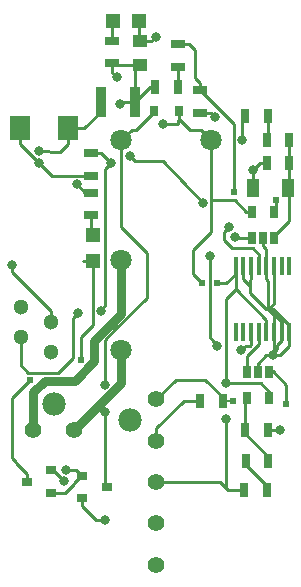
<source format=gtl>
G04 #@! TF.GenerationSoftware,KiCad,Pcbnew,5.0.0-fee4fd1~66~ubuntu18.04.1*
G04 #@! TF.CreationDate,2019-04-08T23:07:45-04:00*
G04 #@! TF.ProjectId,IMD_v1,494D445F76312E6B696361645F706362,rev?*
G04 #@! TF.SameCoordinates,Original*
G04 #@! TF.FileFunction,Copper,L1,Top,Signal*
G04 #@! TF.FilePolarity,Positive*
%FSLAX46Y46*%
G04 Gerber Fmt 4.6, Leading zero omitted, Abs format (unit mm)*
G04 Created by KiCad (PCBNEW 5.0.0-fee4fd1~66~ubuntu18.04.1) date Mon Apr  8 23:07:45 2019*
%MOMM*%
%LPD*%
G01*
G04 APERTURE LIST*
G04 #@! TA.AperFunction,SMDPad,CuDef*
%ADD10R,1.000000X1.600000*%
G04 #@! TD*
G04 #@! TA.AperFunction,ComponentPad*
%ADD11C,1.800000*%
G04 #@! TD*
G04 #@! TA.AperFunction,SMDPad,CuDef*
%ADD12R,1.250000X1.000000*%
G04 #@! TD*
G04 #@! TA.AperFunction,SMDPad,CuDef*
%ADD13R,1.778000X2.159000*%
G04 #@! TD*
G04 #@! TA.AperFunction,SMDPad,CuDef*
%ADD14R,1.200000X1.200000*%
G04 #@! TD*
G04 #@! TA.AperFunction,SMDPad,CuDef*
%ADD15R,0.800000X0.900000*%
G04 #@! TD*
G04 #@! TA.AperFunction,SMDPad,CuDef*
%ADD16R,0.900000X2.500000*%
G04 #@! TD*
G04 #@! TA.AperFunction,ComponentPad*
%ADD17C,1.300000*%
G04 #@! TD*
G04 #@! TA.AperFunction,ComponentPad*
%ADD18C,1.397000*%
G04 #@! TD*
G04 #@! TA.AperFunction,ComponentPad*
%ADD19C,1.981000*%
G04 #@! TD*
G04 #@! TA.AperFunction,SMDPad,CuDef*
%ADD20R,0.900000X0.800000*%
G04 #@! TD*
G04 #@! TA.AperFunction,SMDPad,CuDef*
%ADD21R,1.300000X0.700000*%
G04 #@! TD*
G04 #@! TA.AperFunction,SMDPad,CuDef*
%ADD22R,0.700000X1.300000*%
G04 #@! TD*
G04 #@! TA.AperFunction,SMDPad,CuDef*
%ADD23R,0.650000X1.060000*%
G04 #@! TD*
G04 #@! TA.AperFunction,SMDPad,CuDef*
%ADD24R,0.350000X1.600000*%
G04 #@! TD*
G04 #@! TA.AperFunction,ViaPad*
%ADD25C,0.800000*%
G04 #@! TD*
G04 #@! TA.AperFunction,ViaPad*
%ADD26C,0.609600*%
G04 #@! TD*
G04 #@! TA.AperFunction,Conductor*
%ADD27C,0.250000*%
G04 #@! TD*
G04 #@! TA.AperFunction,Conductor*
%ADD28C,0.152400*%
G04 #@! TD*
G04 #@! TA.AperFunction,Conductor*
%ADD29C,0.762000*%
G04 #@! TD*
G04 APERTURE END LIST*
D10*
G04 #@! TO.P,C2,1*
G04 #@! TO.N,Net-(C2-Pad1)*
X118149500Y-73977500D03*
G04 #@! TO.P,C2,2*
G04 #@! TO.N,GND*
X115149500Y-73977500D03*
G04 #@! TD*
D11*
G04 #@! TO.P,K1,1*
G04 #@! TO.N,Net-(D3-Pad2)*
X104013000Y-69977000D03*
G04 #@! TO.P,K1,2*
G04 #@! TO.N,Net-(J2-Pad2)*
X104013000Y-80137000D03*
G04 #@! TO.P,K1,3*
G04 #@! TO.N,Net-(J2-Pad1)*
X104013000Y-87757000D03*
G04 #@! TO.P,K1,5*
G04 #@! TO.N,/12V_Fused*
X111633000Y-69977000D03*
G04 #@! TD*
D12*
G04 #@! TO.P,C1,1*
G04 #@! TO.N,/12V_Fused*
X105600500Y-63595000D03*
G04 #@! TO.P,C1,2*
G04 #@! TO.N,GND*
X105600500Y-61595000D03*
G04 #@! TD*
D13*
G04 #@! TO.P,D1,2*
G04 #@! TO.N,GND*
X95440500Y-68961000D03*
G04 #@! TO.P,D1,1*
G04 #@! TO.N,+12V*
X99504500Y-68961000D03*
G04 #@! TD*
D14*
G04 #@! TO.P,D2,1*
G04 #@! TO.N,GND*
X105473500Y-59880500D03*
G04 #@! TO.P,D2,2*
G04 #@! TO.N,Net-(D2-Pad2)*
X103273500Y-59880500D03*
G04 #@! TD*
D15*
G04 #@! TO.P,D3,1*
G04 #@! TO.N,/12V_Fused*
X108907000Y-67500500D03*
G04 #@! TO.P,D3,2*
G04 #@! TO.N,Net-(D3-Pad2)*
X106807000Y-67500500D03*
G04 #@! TD*
D14*
G04 #@! TO.P,D4,2*
G04 #@! TO.N,Net-(D4-Pad2)*
X101600000Y-77978000D03*
G04 #@! TO.P,D4,1*
G04 #@! TO.N,Net-(D4-Pad1)*
X101600000Y-80178000D03*
G04 #@! TD*
D16*
G04 #@! TO.P,F1,1*
G04 #@! TO.N,+12V*
X102256000Y-66738500D03*
G04 #@! TO.P,F1,2*
G04 #@! TO.N,/12V_Fused*
X105156000Y-66738500D03*
G04 #@! TD*
D17*
G04 #@! TO.P,J1,3*
G04 #@! TO.N,/IMD_Status_Output*
X95504000Y-86614000D03*
G04 #@! TO.P,J1,1*
G04 #@! TO.N,GND*
X95504000Y-84074000D03*
G04 #@! TO.P,J1,2*
G04 #@! TO.N,+12V*
X98044000Y-85344000D03*
G04 #@! TO.P,J1,4*
G04 #@! TO.N,GND*
X98044000Y-87884000D03*
G04 #@! TD*
D18*
G04 #@! TO.P,J2,2*
G04 #@! TO.N,Net-(J2-Pad2)*
X96520000Y-94488000D03*
G04 #@! TO.P,J2,1*
G04 #@! TO.N,Net-(J2-Pad1)*
X100020000Y-94488000D03*
D19*
G04 #@! TO.P,J2,*
G04 #@! TO.N,*
X98270000Y-92258000D03*
G04 #@! TD*
D20*
G04 #@! TO.P,Q1,3*
G04 #@! TO.N,Net-(D3-Pad2)*
X102777000Y-99314000D03*
G04 #@! TO.P,Q1,2*
G04 #@! TO.N,GND*
X100677000Y-100264000D03*
G04 #@! TO.P,Q1,1*
G04 #@! TO.N,/IMD_Status_Output*
X100677000Y-98364000D03*
G04 #@! TD*
G04 #@! TO.P,Q2,1*
G04 #@! TO.N,/IMD_Status_Output*
X98078000Y-99819500D03*
G04 #@! TO.P,Q2,2*
G04 #@! TO.N,GND*
X98078000Y-97919500D03*
G04 #@! TO.P,Q2,3*
G04 #@! TO.N,Net-(D4-Pad1)*
X95978000Y-98869500D03*
G04 #@! TD*
D21*
G04 #@! TO.P,R1,2*
G04 #@! TO.N,Net-(D2-Pad2)*
X103251000Y-61531500D03*
G04 #@! TO.P,R1,1*
G04 #@! TO.N,/12V_Fused*
X103251000Y-63431500D03*
G04 #@! TD*
D22*
G04 #@! TO.P,R2,1*
G04 #@! TO.N,/12V_Fused*
X106870500Y-65468500D03*
G04 #@! TO.P,R2,2*
G04 #@! TO.N,Net-(R2-Pad2)*
X108770500Y-65468500D03*
G04 #@! TD*
D21*
G04 #@! TO.P,R3,1*
G04 #@! TO.N,Net-(R2-Pad2)*
X108839000Y-63751500D03*
G04 #@! TO.P,R3,2*
G04 #@! TO.N,Net-(R3-Pad2)*
X108839000Y-61851500D03*
G04 #@! TD*
G04 #@! TO.P,R4,2*
G04 #@! TO.N,GND*
X110680500Y-67625000D03*
G04 #@! TO.P,R4,1*
G04 #@! TO.N,Net-(R3-Pad2)*
X110680500Y-65725000D03*
G04 #@! TD*
D22*
G04 #@! TO.P,R5,2*
G04 #@! TO.N,Net-(R5-Pad2)*
X116393000Y-67945000D03*
G04 #@! TO.P,R5,1*
G04 #@! TO.N,/12V_Fused*
X114493000Y-67945000D03*
G04 #@! TD*
G04 #@! TO.P,R6,1*
G04 #@! TO.N,/12V_Fused*
X114432000Y-99568000D03*
G04 #@! TO.P,R6,2*
G04 #@! TO.N,Net-(R13-Pad1)*
X116332000Y-99568000D03*
G04 #@! TD*
G04 #@! TO.P,R7,1*
G04 #@! TO.N,Net-(R13-Pad2)*
X114495500Y-94488000D03*
G04 #@! TO.P,R7,2*
G04 #@! TO.N,GND*
X116395500Y-94488000D03*
G04 #@! TD*
G04 #@! TO.P,R8,1*
G04 #@! TO.N,Net-(C2-Pad1)*
X118234500Y-69977000D03*
G04 #@! TO.P,R8,2*
G04 #@! TO.N,Net-(R5-Pad2)*
X116334500Y-69977000D03*
G04 #@! TD*
G04 #@! TO.P,R9,1*
G04 #@! TO.N,Net-(R9-Pad1)*
X112585500Y-92011500D03*
G04 #@! TO.P,R9,2*
G04 #@! TO.N,GND*
X110685500Y-92011500D03*
G04 #@! TD*
G04 #@! TO.P,R10,2*
G04 #@! TO.N,GND*
X116334500Y-71882000D03*
G04 #@! TO.P,R10,1*
G04 #@! TO.N,Net-(C2-Pad1)*
X118234500Y-71882000D03*
G04 #@! TD*
D21*
G04 #@! TO.P,R11,1*
G04 #@! TO.N,/IMD_Status_Output*
X101409500Y-71056500D03*
G04 #@! TO.P,R11,2*
G04 #@! TO.N,GND*
X101409500Y-72956500D03*
G04 #@! TD*
G04 #@! TO.P,R12,2*
G04 #@! TO.N,Net-(D4-Pad2)*
X101409500Y-76322000D03*
G04 #@! TO.P,R12,1*
G04 #@! TO.N,/12V_Fused*
X101409500Y-74422000D03*
G04 #@! TD*
D22*
G04 #@! TO.P,R13,2*
G04 #@! TO.N,Net-(R13-Pad2)*
X116459000Y-97091500D03*
G04 #@! TO.P,R13,1*
G04 #@! TO.N,Net-(R13-Pad1)*
X114559000Y-97091500D03*
G04 #@! TD*
D18*
G04 #@! TO.P,U1,2*
G04 #@! TO.N,GND*
X106934000Y-95405000D03*
G04 #@! TO.P,U1,1*
G04 #@! TO.N,Net-(R9-Pad1)*
X106934000Y-91905000D03*
D19*
G04 #@! TO.P,U1,*
G04 #@! TO.N,*
X104704000Y-93655000D03*
D18*
G04 #@! TO.P,U1,3*
G04 #@! TO.N,/12V_Fused*
X106934000Y-98905000D03*
G04 #@! TO.P,U1,4*
G04 #@! TO.N,GND*
X106934000Y-102405000D03*
G04 #@! TO.P,U1,5*
X106934000Y-105905000D03*
G04 #@! TD*
D23*
G04 #@! TO.P,U2,5*
G04 #@! TO.N,/12V_Fused*
X116522500Y-91757500D03*
G04 #@! TO.P,U2,4*
G04 #@! TO.N,Net-(R13-Pad2)*
X114622500Y-91757500D03*
G04 #@! TO.P,U2,3*
G04 #@! TO.N,/imd_side_out*
X114622500Y-89557500D03*
G04 #@! TO.P,U2,2*
G04 #@! TO.N,GND*
X115572500Y-89557500D03*
G04 #@! TO.P,U2,1*
G04 #@! TO.N,Net-(R9-Pad1)*
X116522500Y-89557500D03*
G04 #@! TD*
G04 #@! TO.P,U3,1*
G04 #@! TO.N,/delay_side_out*
X115064500Y-78252500D03*
G04 #@! TO.P,U3,2*
G04 #@! TO.N,GND*
X116014500Y-78252500D03*
G04 #@! TO.P,U3,3*
G04 #@! TO.N,Net-(C2-Pad1)*
X116964500Y-78252500D03*
G04 #@! TO.P,U3,4*
G04 #@! TO.N,Net-(R3-Pad2)*
X116964500Y-76052500D03*
G04 #@! TO.P,U3,5*
G04 #@! TO.N,/12V_Fused*
X115064500Y-76052500D03*
G04 #@! TD*
D24*
G04 #@! TO.P,U4,1*
G04 #@! TO.N,Net-(U4-Pad1)*
X113676000Y-86239000D03*
G04 #@! TO.P,U4,2*
G04 #@! TO.N,Net-(U4-Pad2)*
X114326000Y-86239000D03*
G04 #@! TO.P,U4,3*
G04 #@! TO.N,/delay_side_out*
X114976000Y-86239000D03*
G04 #@! TO.P,U4,4*
G04 #@! TO.N,/imd_side_out*
X115626000Y-86239000D03*
G04 #@! TO.P,U4,5*
G04 #@! TO.N,/12V_Fused*
X116276000Y-86239000D03*
G04 #@! TO.P,U4,6*
G04 #@! TO.N,GND*
X116926000Y-86239000D03*
G04 #@! TO.P,U4,7*
X117576000Y-86239000D03*
G04 #@! TO.P,U4,8*
X118226000Y-86239000D03*
G04 #@! TO.P,U4,9*
G04 #@! TO.N,Net-(U4-Pad9)*
X118226000Y-80639000D03*
G04 #@! TO.P,U4,10*
G04 #@! TO.N,Net-(U4-Pad10)*
X117576000Y-80639000D03*
G04 #@! TO.P,U4,11*
G04 #@! TO.N,GND*
X116926000Y-80639000D03*
G04 #@! TO.P,U4,12*
X116276000Y-80639000D03*
G04 #@! TO.P,U4,13*
G04 #@! TO.N,/IMD_Status_Output*
X115626000Y-80639000D03*
G04 #@! TO.P,U4,14*
G04 #@! TO.N,GND*
X114976000Y-80639000D03*
G04 #@! TO.P,U4,15*
X114326000Y-80639000D03*
G04 #@! TO.P,U4,16*
G04 #@! TO.N,/12V_Fused*
X113676000Y-80639000D03*
G04 #@! TD*
D25*
G04 #@! TO.N,/12V_Fused*
X103632000Y-64643000D03*
X114263000Y-69977000D03*
X100229500Y-73695986D03*
X103886000Y-66865500D03*
X107569000Y-68580000D03*
X112903000Y-90551000D03*
X112903000Y-93599000D03*
G04 #@! TO.N,GND*
X99172287Y-98843408D03*
X102616000Y-102108000D03*
X117475000Y-94488000D03*
X115149500Y-72467000D03*
X111948346Y-68010654D03*
X106934000Y-61214000D03*
X116874161Y-88161977D03*
X97032000Y-71882000D03*
G04 #@! TO.N,+12V*
X97042407Y-70867102D03*
X94742000Y-80518000D03*
G04 #@! TO.N,Net-(D3-Pad2)*
X102616000Y-90678000D03*
X102616000Y-92964000D03*
D26*
G04 #@! TO.N,Net-(D4-Pad1)*
X100584000Y-88563592D03*
X96266000Y-90297000D03*
D25*
G04 #@! TO.N,/IMD_Status_Output*
X99314000Y-97853500D03*
X104738000Y-71311452D03*
X110908000Y-75311000D03*
X113130653Y-77323234D03*
X103124000Y-71871000D03*
X102325000Y-84455000D03*
X100330000Y-84582000D03*
D26*
G04 #@! TO.N,/12V_Fused*
X110871000Y-82042000D03*
X112141000Y-82042000D03*
G04 #@! TO.N,Net-(R3-Pad2)*
X113538000Y-74321000D03*
X117094000Y-75057000D03*
G04 #@! TO.N,Net-(R9-Pad1)*
X113485200Y-92075000D03*
X117983000Y-92329000D03*
D25*
G04 #@! TO.N,/delay_side_out*
X113665000Y-78168500D03*
X114173000Y-87757000D03*
X111511815Y-79756000D03*
X112134826Y-87376000D03*
G04 #@! TD*
D27*
G04 #@! TO.N,/imd_side_out*
X114622500Y-89557500D02*
X114622500Y-89352500D01*
G04 #@! TO.N,/12V_Fused*
X110733001Y-69077001D02*
X111633000Y-69977000D01*
X109783501Y-69077001D02*
X110733001Y-69077001D01*
X108907000Y-68200500D02*
X109783501Y-69077001D01*
X108907000Y-67500500D02*
X108907000Y-68200500D01*
X106426000Y-65468500D02*
X105156000Y-66738500D01*
X106870500Y-65468500D02*
X106426000Y-65468500D01*
X105156000Y-64039500D02*
X105600500Y-63595000D01*
X105156000Y-66738500D02*
X105156000Y-64039500D01*
X103414500Y-63595000D02*
X103251000Y-63431500D01*
X105600500Y-63595000D02*
X103414500Y-63595000D01*
X116276000Y-85189000D02*
X113676000Y-82589000D01*
X116276000Y-86239000D02*
X116276000Y-85189000D01*
X113676000Y-80639000D02*
X113676000Y-82486500D01*
X113676000Y-82589000D02*
X113676000Y-82486500D01*
X103251000Y-63431500D02*
X103251000Y-64262000D01*
X103251000Y-64262000D02*
X103632000Y-64643000D01*
X114263000Y-68175000D02*
X114493000Y-67945000D01*
X114263000Y-69977000D02*
X114263000Y-68175000D01*
X101409500Y-74422000D02*
X100955514Y-74422000D01*
X104013000Y-66738500D02*
X103886000Y-66865500D01*
X105156000Y-66738500D02*
X104013000Y-66738500D01*
X100955514Y-74422000D02*
X100229500Y-73695986D01*
X108839000Y-68268500D02*
X108907000Y-68200500D01*
X107569000Y-68580000D02*
X108839000Y-68580000D01*
X108839000Y-68580000D02*
X108839000Y-68268500D01*
X114432000Y-99568000D02*
X113220500Y-99568000D01*
X113220500Y-99568000D02*
X113030000Y-99568000D01*
X113030000Y-99568000D02*
X112859826Y-99397826D01*
X112903000Y-93599000D02*
X112903000Y-98762826D01*
X112859826Y-99397826D02*
X112859826Y-98806000D01*
X112903000Y-98762826D02*
X112859826Y-98806000D01*
X112367000Y-98905000D02*
X106934000Y-98905000D01*
X112859826Y-99397826D02*
X112367000Y-98905000D01*
D28*
X116522500Y-91257420D02*
X116522500Y-91403890D01*
D27*
X115816080Y-90551000D02*
X116522500Y-91257420D01*
X112903000Y-90551000D02*
X115816080Y-90551000D01*
G04 #@! TO.N,GND*
X114326000Y-80639000D02*
X114326000Y-81689000D01*
X114326000Y-81689000D02*
X114900999Y-82263999D01*
X114900999Y-82896999D02*
X116268500Y-84264500D01*
X116268500Y-84264500D02*
X116459000Y-84264500D01*
X114900999Y-81764001D02*
X114900999Y-82423000D01*
X114976000Y-81689000D02*
X114900999Y-81764001D01*
X114976000Y-80639000D02*
X114976000Y-81689000D01*
X114900999Y-82263999D02*
X114900999Y-82423000D01*
X114900999Y-82423000D02*
X114900999Y-82896999D01*
X116459000Y-81872000D02*
X116459000Y-83698815D01*
X116276000Y-81689000D02*
X116459000Y-81872000D01*
X116459000Y-83698815D02*
X116459000Y-84264500D01*
X116276000Y-80639000D02*
X116276000Y-81689000D01*
X116926000Y-83797500D02*
X116459000Y-84264500D01*
X116926000Y-80639000D02*
X116926000Y-83797500D01*
X116926000Y-84731500D02*
X116926000Y-86239000D01*
X116459000Y-84264500D02*
X116926000Y-84731500D01*
X117576000Y-85381500D02*
X116459000Y-84264500D01*
X117576000Y-86239000D02*
X117576000Y-85381500D01*
X116876500Y-84264500D02*
X116459000Y-84264500D01*
X118226000Y-85614000D02*
X116876500Y-84264500D01*
X118226000Y-86239000D02*
X118226000Y-85614000D01*
X117151000Y-87289000D02*
X117576000Y-86864000D01*
X117576000Y-86864000D02*
X117576000Y-86239000D01*
X117151000Y-87513718D02*
X117151000Y-87289000D01*
X116649500Y-88015218D02*
X116714448Y-88015218D01*
X116714448Y-88015218D02*
X116868853Y-88169623D01*
X98078000Y-97919500D02*
X98248379Y-97919500D01*
X98248379Y-97919500D02*
X99172287Y-98843408D01*
X100677000Y-100914000D02*
X101871000Y-102108000D01*
X100677000Y-100264000D02*
X100677000Y-100914000D01*
X101871000Y-102108000D02*
X102616000Y-102108000D01*
X110685500Y-92011500D02*
X109283500Y-92011500D01*
X106934000Y-94361000D02*
X106934000Y-95405000D01*
X109283500Y-92011500D02*
X106934000Y-94361000D01*
X116395500Y-94488000D02*
X117475000Y-94488000D01*
X110685500Y-92311500D02*
X110685500Y-92011500D01*
X115149500Y-72927500D02*
X115149500Y-73977500D01*
X115149500Y-72467000D02*
X115149500Y-72927500D01*
X115734500Y-71882000D02*
X115149500Y-72467000D01*
X116334500Y-71882000D02*
X115734500Y-71882000D01*
X110680500Y-67625000D02*
X111562692Y-67625000D01*
X111562692Y-67625000D02*
X111948346Y-68010654D01*
X105473500Y-61468000D02*
X105600500Y-61595000D01*
X105473500Y-59880500D02*
X105473500Y-61468000D01*
X105600500Y-61595000D02*
X106553000Y-61595000D01*
X106553000Y-61595000D02*
X106934000Y-61214000D01*
X116727402Y-88015218D02*
X116874161Y-88161977D01*
X116649500Y-88015218D02*
X116874161Y-88161977D01*
X116714448Y-88015218D02*
X116727402Y-88015218D01*
X116874161Y-88161977D02*
X117151000Y-87513718D01*
X100509500Y-72956500D02*
X101409500Y-72956500D01*
X98106500Y-72956500D02*
X100509500Y-72956500D01*
X95440500Y-68961000D02*
X95440500Y-70290500D01*
X97032000Y-71882000D02*
X98106500Y-72956500D01*
X95440500Y-70290500D02*
X97032000Y-71882000D01*
X116926000Y-88110138D02*
X116874161Y-88161977D01*
X116926000Y-86239000D02*
X116926000Y-88110138D01*
X118226000Y-87375823D02*
X118226000Y-87289000D01*
X118226000Y-87289000D02*
X118226000Y-86239000D01*
X117439846Y-88161977D02*
X118226000Y-87375823D01*
X116874161Y-88161977D02*
X117439846Y-88161977D01*
X116285623Y-88161977D02*
X115572500Y-88875100D01*
X115572500Y-88875100D02*
X115572500Y-89557500D01*
X116874161Y-88161977D02*
X116285623Y-88161977D01*
G04 #@! TO.N,Net-(C2-Pad1)*
X118234500Y-69977000D02*
X118234500Y-75357500D01*
G04 #@! TO.N,+12V*
X100643500Y-68961000D02*
X99504500Y-68961000D01*
X100833500Y-68961000D02*
X100643500Y-68961000D01*
X102256000Y-67538500D02*
X100833500Y-68961000D01*
X102256000Y-66738500D02*
X102256000Y-67538500D01*
X99504500Y-70290500D02*
X98802000Y-70993000D01*
X99504500Y-68961000D02*
X99504500Y-70290500D01*
X97028000Y-70881509D02*
X97042407Y-70867102D01*
X97028000Y-70993000D02*
X97028000Y-70881509D01*
X98802000Y-70993000D02*
X97042407Y-70867102D01*
X98044000Y-84424762D02*
X94742000Y-81122762D01*
X98044000Y-85344000D02*
X98044000Y-84424762D01*
X94742000Y-81122762D02*
X94742000Y-80518000D01*
G04 #@! TO.N,Net-(D2-Pad2)*
X103251000Y-59903000D02*
X103273500Y-59880500D01*
X103251000Y-61531500D02*
X103251000Y-59903000D01*
G04 #@! TO.N,Net-(D3-Pad2)*
X106807000Y-67550500D02*
X106807000Y-67500500D01*
X105280499Y-69077001D02*
X106807000Y-67550500D01*
X104912999Y-69077001D02*
X105280499Y-69077001D01*
X104013000Y-69977000D02*
X104912999Y-69077001D01*
X104013000Y-69977000D02*
X104013000Y-77343000D01*
X104013000Y-77343000D02*
X106172000Y-79502000D01*
X106172000Y-79502000D02*
X106172000Y-83312000D01*
X106172000Y-83312000D02*
X103505000Y-85979000D01*
X103505000Y-85979000D02*
X102616000Y-86868000D01*
X102616000Y-86868000D02*
X102616000Y-90678000D01*
X102616000Y-99153000D02*
X102777000Y-99314000D01*
X102616000Y-92964000D02*
X102616000Y-99153000D01*
G04 #@! TO.N,Net-(D4-Pad1)*
X100750000Y-80178000D02*
X101600000Y-80178000D01*
X101600000Y-81028000D02*
X101600000Y-80178000D01*
X101600000Y-85644002D02*
X101600000Y-81028000D01*
X95059500Y-97218500D02*
X94742000Y-96901000D01*
X95978000Y-98219500D02*
X95059500Y-97301000D01*
X95978000Y-98869500D02*
X95978000Y-98219500D01*
X95059500Y-97301000D02*
X95059500Y-97218500D01*
X94742000Y-96901000D02*
X94742000Y-91821000D01*
X96266000Y-90297000D02*
X94742000Y-91821000D01*
X101600000Y-85644002D02*
X100584000Y-86660002D01*
X100584000Y-86660002D02*
X100584000Y-87884000D01*
X100584000Y-87884000D02*
X100584000Y-88563592D01*
G04 #@! TO.N,Net-(D4-Pad2)*
X101409500Y-77787500D02*
X101600000Y-77978000D01*
X101409500Y-76322000D02*
X101409500Y-77787500D01*
G04 #@! TO.N,/IMD_Status_Output*
X100627000Y-98364000D02*
X100677000Y-98364000D01*
X99977000Y-99014000D02*
X100627000Y-98364000D01*
X99221500Y-99819500D02*
X99977000Y-99064000D01*
X99977000Y-99064000D02*
X99977000Y-99014000D01*
X98078000Y-99819500D02*
X99221500Y-99819500D01*
X100166500Y-97853500D02*
X100677000Y-98364000D01*
X99314000Y-97853500D02*
X100166500Y-97853500D01*
X99905818Y-88435182D02*
X98679000Y-89662000D01*
X98679000Y-89662000D02*
X96139000Y-89662000D01*
X95504000Y-89027000D02*
X95504000Y-86614000D01*
X96139000Y-89662000D02*
X95504000Y-89027000D01*
X115626000Y-79636500D02*
X115626000Y-80639000D01*
X105137999Y-71711451D02*
X107525451Y-71711451D01*
X104738000Y-71311452D02*
X105137999Y-71711451D01*
X111125000Y-75311000D02*
X110908000Y-75311000D01*
X107525451Y-71711451D02*
X110908000Y-75311000D01*
X102309500Y-71056500D02*
X103124000Y-71871000D01*
X101409500Y-71056500D02*
X102309500Y-71056500D01*
X103124000Y-71871000D02*
X102616000Y-72379000D01*
X102616000Y-72379000D02*
X102616000Y-83947000D01*
X102108000Y-84455000D02*
X102325000Y-84455000D01*
X102616000Y-83947000D02*
X102325000Y-84455000D01*
X99905818Y-85006182D02*
X100330000Y-84582000D01*
X99905818Y-88435182D02*
X99905818Y-85006182D01*
D29*
G04 #@! TO.N,Net-(J2-Pad2)*
X104013000Y-84645500D02*
X104013000Y-80137000D01*
D27*
X96783089Y-90942499D02*
X96520000Y-91205588D01*
D29*
X97512590Y-90320410D02*
X96520000Y-91313000D01*
X100052590Y-90320410D02*
X97512590Y-90320410D01*
X101724598Y-88648402D02*
X100052590Y-90320410D01*
D27*
X96520000Y-91313000D02*
X96520000Y-91205588D01*
D29*
X96520000Y-91313000D02*
X96520000Y-94488000D01*
X101724598Y-86933902D02*
X101957590Y-86700910D01*
X101724598Y-88648402D02*
X101724598Y-86933902D01*
X102050010Y-86608490D02*
X101957590Y-86700910D01*
X101957590Y-86700910D02*
X104013000Y-84645500D01*
G04 #@! TO.N,Net-(J2-Pad1)*
X104013000Y-90495000D02*
X104013000Y-87757000D01*
X100020000Y-94488000D02*
X104013000Y-90495000D01*
D27*
G04 #@! TO.N,Net-(R2-Pad2)*
X108839000Y-65400000D02*
X108770500Y-65468500D01*
X108839000Y-63751500D02*
X108839000Y-65400000D01*
G04 #@! TO.N,Net-(R3-Pad2)*
X109739000Y-61851500D02*
X110244500Y-62357000D01*
X108839000Y-61851500D02*
X109739000Y-61851500D01*
X110244500Y-64689000D02*
X110680500Y-65125000D01*
X110680500Y-65125000D02*
X110680500Y-65725000D01*
X110244500Y-62357000D02*
X110244500Y-64689000D01*
X110687998Y-65725000D02*
X113538000Y-68575002D01*
X110680500Y-65725000D02*
X110687998Y-65725000D01*
G04 #@! TO.N,/12V_Fused*
X115064500Y-75847500D02*
X115064500Y-76052500D01*
X112859826Y-90507826D02*
X112903000Y-90551000D01*
X113591600Y-75057000D02*
X111633000Y-75057000D01*
X114587100Y-76052500D02*
X113591600Y-75057000D01*
X115064500Y-76052500D02*
X114587100Y-76052500D01*
X111633000Y-77713000D02*
X111633000Y-75057000D01*
X111633000Y-75057000D02*
X111633000Y-69977000D01*
X110109000Y-79237000D02*
X110109000Y-81280000D01*
X111633000Y-77713000D02*
X110109000Y-79237000D01*
X110109000Y-81280000D02*
X110871000Y-82042000D01*
X112141000Y-82042000D02*
X112732826Y-82042000D01*
X112898000Y-82042000D02*
X113676000Y-81264000D01*
X112732826Y-82042000D02*
X112898000Y-82042000D01*
X112903000Y-83362000D02*
X113676000Y-82589000D01*
X112903000Y-90551000D02*
X112903000Y-83362000D01*
G04 #@! TO.N,GND*
X116014500Y-78252500D02*
X116014500Y-78549500D01*
X116276000Y-79686600D02*
X116276000Y-80639000D01*
X116276000Y-79196400D02*
X116276000Y-79686600D01*
X116014500Y-78934900D02*
X116276000Y-79196400D01*
X116014500Y-78252500D02*
X116014500Y-78934900D01*
G04 #@! TO.N,Net-(C2-Pad1)*
X118234500Y-76777500D02*
X118234500Y-75357500D01*
X116964500Y-78047500D02*
X118234500Y-76777500D01*
D28*
X116964500Y-78252500D02*
X116964500Y-78047500D01*
D27*
G04 #@! TO.N,/IMD_Status_Output*
X115116899Y-79127399D02*
X113417399Y-79127399D01*
X115626000Y-79636500D02*
X115116899Y-79127399D01*
X112730654Y-78440654D02*
X112730654Y-77723233D01*
X112730654Y-77723233D02*
X113130653Y-77323234D01*
X113417399Y-79127399D02*
X112730654Y-78440654D01*
G04 #@! TO.N,Net-(R3-Pad2)*
X113538000Y-68575002D02*
X113538000Y-74321000D01*
D28*
X117094000Y-75923000D02*
X116964500Y-76052500D01*
D27*
X117094000Y-75057000D02*
X117094000Y-75923000D01*
G04 #@! TO.N,Net-(R5-Pad2)*
X116393000Y-69918500D02*
X116334500Y-69977000D01*
X116393000Y-67945000D02*
X116393000Y-69918500D01*
G04 #@! TO.N,Net-(R13-Pad1)*
X116332000Y-99268000D02*
X116332000Y-99568000D01*
X114559000Y-97495000D02*
X116332000Y-99268000D01*
X114559000Y-97091500D02*
X114559000Y-97495000D01*
G04 #@! TO.N,Net-(R13-Pad2)*
X114495500Y-94788000D02*
X114495500Y-94488000D01*
X116459000Y-96751500D02*
X114495500Y-94788000D01*
X116459000Y-97091500D02*
X116459000Y-96751500D01*
X114495500Y-94488000D02*
X114495500Y-91884500D01*
G04 #@! TO.N,Net-(R9-Pad1)*
X106934000Y-91905000D02*
X108605500Y-90233500D01*
X112585500Y-91711500D02*
X112585500Y-92011500D01*
X111107500Y-90233500D02*
X112585500Y-91711500D01*
X108605500Y-90233500D02*
X111107500Y-90233500D01*
D28*
X112585500Y-92011500D02*
X113421700Y-92011500D01*
X113421700Y-92011500D02*
X113485200Y-92075000D01*
D27*
X117983000Y-92329000D02*
X117983000Y-90678000D01*
X117983000Y-90678000D02*
X116840000Y-89535000D01*
D28*
X116817500Y-89557500D02*
X116522500Y-89557500D01*
X116840000Y-89535000D02*
X116817500Y-89557500D01*
D27*
G04 #@! TO.N,/delay_side_out*
X114976000Y-87289000D02*
X114907999Y-87357001D01*
X114572999Y-87357001D02*
X114173000Y-87757000D01*
X114907999Y-87357001D02*
X114572999Y-87357001D01*
X114976000Y-86239000D02*
X114976000Y-87289000D01*
X111511815Y-79756000D02*
X111511815Y-86619815D01*
X112268000Y-87376000D02*
X112134826Y-87376000D01*
X111511815Y-86619815D02*
X112134826Y-87376000D01*
G04 #@! TO.N,/imd_side_out*
X114622500Y-88875100D02*
X114622500Y-89557500D01*
X114622500Y-88237830D02*
X114622500Y-88875100D01*
X115626000Y-87234330D02*
X114622500Y-88237830D01*
X115626000Y-86239000D02*
X115626000Y-87234330D01*
D28*
G04 #@! TO.N,/delay_side_out*
X113749000Y-78252500D02*
X113665000Y-78168500D01*
D27*
X115064500Y-78252500D02*
X113749000Y-78252500D01*
G04 #@! TD*
M02*

</source>
